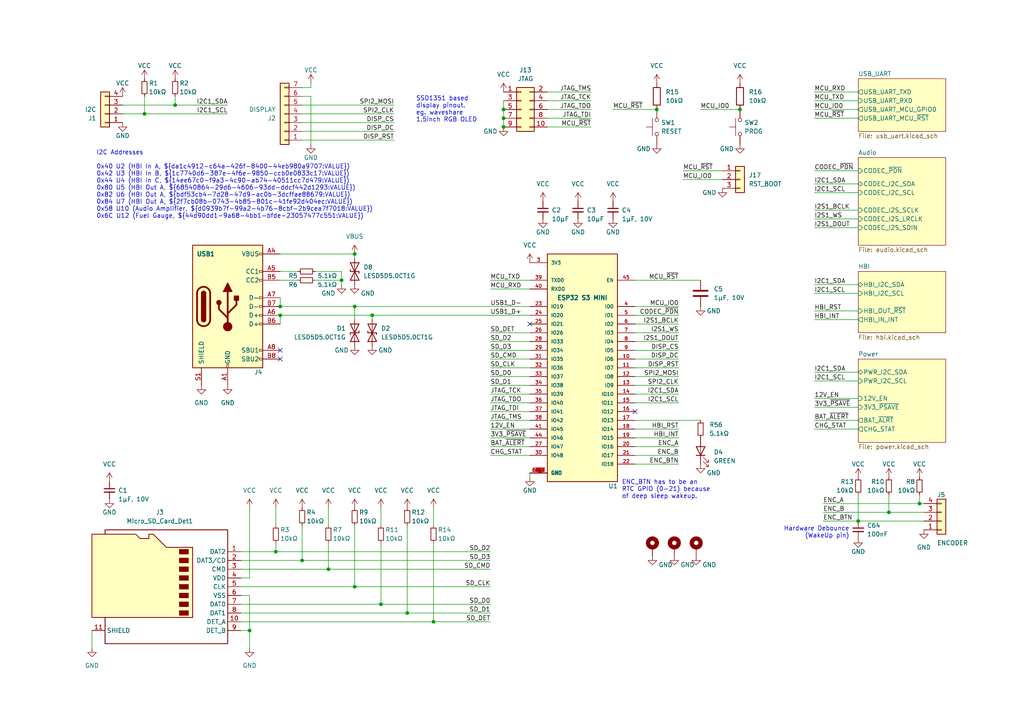
<source format=kicad_sch>
(kicad_sch (version 20230121) (generator eeschema)
  (paper "A4")
  (title_block (title "Hör Bär main") (rev "1.0") (company "Drachosaurus Designs"))
  (lib_symbols
    (symbol "Baer_Symbols:ESP32-S3-MINI-1-N8" (pin_names (offset 1.016))
      (property "Reference" "U" (at -10.16 34.29 0))
      (property "Value" "ESP32-S3-MINI-1-N8" (at -10.16 -35.56 0))
      (symbol "ESP32-S3-MINI-1-N8_0_0"
        (pin passive line (at 15.24 -30.48 180) (length 5.08) (name "GND") (number "1"))
        (pin bidirectional line (at -15.24 2.54 0) (length 5.08) (name "IO6") (number "10"))
        (pin bidirectional line (at -15.24 0 0) (length 5.08) (name "IO7") (number "11"))
        (pin bidirectional line (at -15.24 -2.54 0) (length 5.08) (name "IO8") (number "12"))
        (pin bidirectional line (at -15.24 -5.08 0) (length 5.08) (name "IO9") (number "13"))
        (pin bidirectional line (at -15.24 -7.62 0) (length 5.08) (name "IO10") (number "14"))
        (pin bidirectional line (at -15.24 -10.16 0) (length 5.08) (name "IO11") (number "15"))
        (pin bidirectional line (at -15.24 -12.7 0) (length 5.08) (name "IO12") (number "16"))
        (pin bidirectional line (at -15.24 -15.24 0) (length 5.08) (name "IO13") (number "17"))
        (pin bidirectional line (at -15.24 -17.78 0) (length 5.08) (name "IO14") (number "18"))
        (pin bidirectional line (at -15.24 -20.32 0) (length 5.08) (name "IO15") (number "19"))
        (pin passive line (at 15.24 -30.48 180) (length 5.08) (name "GND") (number "2"))
        (pin bidirectional line (at -15.24 -22.86 0) (length 5.08) (name "IO16") (number "20"))
        (pin bidirectional line (at -15.24 -25.4 0) (length 5.08) (name "IO17") (number "21"))
        (pin bidirectional line (at -15.24 -27.94 0) (length 5.08) (name "IO18") (number "22"))
        (pin bidirectional line (at 15.24 17.78 180) (length 5.08) (name "IO19") (number "23"))
        (pin bidirectional line (at 15.24 15.24 180) (length 5.08) (name "IO20") (number "24"))
        (pin bidirectional line (at 15.24 12.7 180) (length 5.08) (name "IO21") (number "25"))
        (pin bidirectional line (at 15.24 10.16 180) (length 5.08) (name "IO26") (number "26"))
        (pin bidirectional line (at 15.24 -22.86 180) (length 5.08) (name "IO47") (number "27"))
        (pin bidirectional line (at 15.24 7.62 180) (length 5.08) (name "IO33") (number "28"))
        (pin bidirectional line (at 15.24 5.08 180) (length 5.08) (name "IO34") (number "29"))
        (pin power_in line (at 15.24 30.48 180) (length 5.08) (name "3V3") (number "3"))
        (pin bidirectional line (at 15.24 -25.4 180) (length 5.08) (name "IO48") (number "30"))
        (pin bidirectional line (at 15.24 2.54 180) (length 5.08) (name "IO35") (number "31"))
        (pin bidirectional line (at 15.24 0 180) (length 5.08) (name "IO36") (number "32"))
        (pin bidirectional line (at 15.24 -2.54 180) (length 5.08) (name "IO37") (number "33"))
        (pin bidirectional line (at 15.24 -5.08 180) (length 5.08) (name "IO38") (number "34"))
        (pin bidirectional line (at 15.24 -7.62 180) (length 5.08) (name "IO39") (number "35"))
        (pin bidirectional line (at 15.24 -10.16 180) (length 5.08) (name "IO40") (number "36"))
        (pin bidirectional line (at 15.24 -12.7 180) (length 5.08) (name "IO41") (number "37"))
        (pin bidirectional line (at 15.24 -15.24 180) (length 5.08) (name "IO42") (number "38"))
        (pin bidirectional line (at 15.24 25.4 180) (length 5.08) (name "TXD0") (number "39"))
        (pin bidirectional line (at -15.24 17.78 0) (length 5.08) (name "IO0") (number "4"))
        (pin bidirectional line (at 15.24 22.86 180) (length 5.08) (name "RXD0") (number "40"))
        (pin bidirectional line (at 15.24 -17.78 180) (length 5.08) (name "IO45") (number "41"))
        (pin passive line (at 15.24 -30.48 180) (length 5.08) (name "GND") (number "42"))
        (pin passive line (at 15.24 -30.48 180) (length 5.08) (name "GND") (number "43"))
        (pin bidirectional line (at 15.24 -20.32 180) (length 5.08) (name "IO46") (number "44"))
        (pin input line (at -15.24 25.4 0) (length 5.08) (name "EN") (number "45"))
        (pin passive line (at 15.24 -30.48 180) (length 5.08) (name "GND") (number "46"))
        (pin passive line (at 15.24 -30.48 180) (length 5.08) (name "GND") (number "47"))
        (pin passive line (at 15.24 -30.48 180) (length 5.08) (name "GND") (number "48"))
        (pin passive line (at 15.24 -30.48 180) (length 5.08) (name "GND") (number "49"))
        (pin bidirectional line (at -15.24 15.24 0) (length 5.08) (name "IO1") (number "5"))
        (pin passive line (at 15.24 -30.48 180) (length 5.08) (name "GND") (number "50"))
        (pin passive line (at 15.24 -30.48 180) (length 5.08) (name "GND") (number "51"))
        (pin passive line (at 15.24 -30.48 180) (length 5.08) (name "GND") (number "52"))
        (pin passive line (at 15.24 -30.48 180) (length 5.08) (name "GND") (number "53"))
        (pin passive line (at 15.24 -30.48 180) (length 5.08) (name "GND") (number "54"))
        (pin passive line (at 15.24 -30.48 180) (length 5.08) (name "GND") (number "55"))
        (pin passive line (at 15.24 -30.48 180) (length 5.08) (name "GND") (number "56"))
        (pin passive line (at 15.24 -30.48 180) (length 5.08) (name "GND") (number "57"))
        (pin passive line (at 15.24 -30.48 180) (length 5.08) (name "GND") (number "58"))
        (pin passive line (at 15.24 -30.48 180) (length 5.08) (name "GND") (number "59"))
        (pin bidirectional line (at -15.24 12.7 0) (length 5.08) (name "IO2") (number "6"))
        (pin passive line (at 15.24 -30.48 180) (length 5.08) (name "GND") (number "60"))
        (pin passive line (at 15.24 -30.48 180) (length 5.08) (name "GND") (number "61"))
        (pin passive line (at 15.24 -30.48 180) (length 5.08) (name "GND") (number "61_1"))
        (pin passive line (at 15.24 -30.48 180) (length 5.08) (name "GND") (number "61_2"))
        (pin passive line (at 15.24 -30.48 180) (length 5.08) (name "GND") (number "61_3"))
        (pin passive line (at 15.24 -30.48 180) (length 5.08) (name "GND") (number "61_4"))
        (pin passive line (at 15.24 -30.48 180) (length 5.08) (name "GND") (number "61_5"))
        (pin passive line (at 15.24 -30.48 180) (length 5.08) (name "GND") (number "61_6"))
        (pin passive line (at 15.24 -30.48 180) (length 5.08) (name "GND") (number "61_7"))
        (pin passive line (at 15.24 -30.48 180) (length 5.08) (name "GND") (number "61_8"))
        (pin passive line (at 15.24 -30.48 180) (length 5.08) (name "GND") (number "62"))
        (pin passive line (at 15.24 -30.48 180) (length 5.08) (name "GND") (number "63"))
        (pin passive line (at 15.24 -30.48 180) (length 5.08) (name "GND") (number "64"))
        (pin passive line (at 15.24 -30.48 180) (length 5.08) (name "GND") (number "65"))
        (pin bidirectional line (at -15.24 10.16 0) (length 5.08) (name "IO3") (number "7"))
        (pin bidirectional line (at -15.24 7.62 0) (length 5.08) (name "IO4") (number "8"))
        (pin bidirectional line (at -15.24 5.08 0) (length 5.08) (name "IO5") (number "9"))
      )
    )
    (symbol "Connector:Micro_SD_Card_Det2"
      (property "Reference" "J3" (at 0.635 21.59 0))
      (property "Value" "Micro_SD_Card_Det1" (at 0.635 19.05 0))
      (symbol "Micro_SD_Card_Det2_1_1"
        (pin bidirectional line (at -22.86 10.16 0) (length 3.81) (name "DAT2") (number "1"))
        (pin passive line (at -22.86 -10.16 0) (length 3.81) (name "DET_A") (number "10"))
        (pin passive line (at 20.32 -12.7 180) (length 3.81) (name "SHIELD") (number "11"))
        (pin bidirectional line (at -22.86 7.62 0) (length 3.81) (name "DAT3/CD") (number "2"))
        (pin input line (at -22.86 5.08 0) (length 3.81) (name "CMD") (number "3"))
        (pin power_in line (at -22.86 2.54 0) (length 3.81) (name "VDD") (number "4"))
        (pin input line (at -22.86 0 0) (length 3.81) (name "CLK") (number "5"))
        (pin passive line (at -22.86 -2.54 0) (length 3.81) (name "VSS") (number "6"))
        (pin bidirectional line (at -22.86 -5.08 0) (length 3.81) (name "DAT0") (number "7"))
        (pin bidirectional line (at -22.86 -7.62 0) (length 3.81) (name "DAT1") (number "8"))
        (pin passive line (at -22.86 -12.7 0) (length 3.81) (name "DET_B") (number "9"))
      )
    )
    (symbol "Connector:USB_C_Receptacle_USB2.0" (pin_names (offset 1.016))
      (property "Reference" "J4" (at 8.89 -19.05 0))
      (property "Value" "USB1" (at -6.35 15.24 0))
      (symbol "USB_C_Receptacle_USB2.0_1_1"
        (pin passive line (at 0 -22.86 90) (length 5.08) (name "GND") (number "A1"))
        (pin passive line (at 0 -22.86 90) (length 5.08) hide (name "GND") (number "A12"))
        (pin power_out line (at 15.24 15.24 180) (length 5.08) (name "VBUS") (number "A4"))
        (pin bidirectional line (at 15.24 10.16 180) (length 5.08) (name "CC1") (number "A5"))
        (pin bidirectional line (at 15.24 -2.54 180) (length 5.08) (name "D+") (number "A6"))
        (pin bidirectional line (at 15.24 2.54 180) (length 5.08) (name "D-") (number "A7"))
        (pin bidirectional line (at 15.24 -12.7 180) (length 5.08) (name "SBU1") (number "A8"))
        (pin power_out line (at 15.24 15.24 180) (length 5.08) hide (name "VBUS") (number "A9"))
        (pin passive line (at 0 -22.86 90) (length 5.08) hide (name "GND") (number "B1"))
        (pin passive line (at 0 -22.86 90) (length 5.08) hide (name "GND") (number "B12"))
        (pin passive line (at 15.24 15.24 180) (length 5.08) hide (name "VBUS") (number "B4"))
        (pin bidirectional line (at 15.24 7.62 180) (length 5.08) (name "CC2") (number "B5"))
        (pin bidirectional line (at 15.24 -5.08 180) (length 5.08) (name "D+") (number "B6"))
        (pin bidirectional line (at 15.24 0 180) (length 5.08) (name "D-") (number "B7"))
        (pin bidirectional line (at 15.24 -15.24 180) (length 5.08) (name "SBU2") (number "B8"))
        (pin passive line (at 15.24 15.24 180) (length 5.08) hide (name "VBUS") (number "B9"))
        (pin passive line (at -7.62 -22.86 90) (length 5.08) (name "SHIELD") (number "S1"))
      )
    )
    (symbol "Connector_Generic:Conn_01x03" (pin_names (offset 1.016) hide)
      (property "Reference" "J" (at 0 5.08 0))
      (property "Value" "Conn_01x03" (at 0 -5.08 0))
      (symbol "Conn_01x03_1_1"
        (pin passive line (at -5.08 2.54 0) (length 3.81) (name "Pin_1") (number "1"))
        (pin passive line (at -5.08 0 0) (length 3.81) (name "Pin_2") (number "2"))
        (pin passive line (at -5.08 -2.54 0) (length 3.81) (name "Pin_3") (number "3"))
      )
    )
    (symbol "Connector_Generic:Conn_01x04" (pin_names (offset 1.016) hide)
      (property "Reference" "J" (at 0 5.08 0))
      (property "Value" "Conn_01x04" (at 0 -7.62 0))
      (symbol "Conn_01x04_1_1"
        (pin passive line (at -5.08 2.54 0) (length 3.81) (name "Pin_1") (number "1"))
        (pin passive line (at -5.08 0 0) (length 3.81) (name "Pin_2") (number "2"))
        (pin passive line (at -5.08 -2.54 0) (length 3.81) (name "Pin_3") (number "3"))
        (pin passive line (at -5.08 -5.08 0) (length 3.81) (name "Pin_4") (number "4"))
      )
    )
    (symbol "Connector_Generic:Conn_01x07" (pin_names (offset 1.016) hide)
      (property "Reference" "J" (at 0 10.16 0))
      (property "Value" "Conn_01x07" (at 0 -10.16 0))
      (symbol "Conn_01x07_1_1"
        (pin passive line (at -5.08 7.62 0) (length 3.81) (name "Pin_1") (number "1"))
        (pin passive line (at -5.08 5.08 0) (length 3.81) (name "Pin_2") (number "2"))
        (pin passive line (at -5.08 2.54 0) (length 3.81) (name "Pin_3") (number "3"))
        (pin passive line (at -5.08 0 0) (length 3.81) (name "Pin_4") (number "4"))
        (pin passive line (at -5.08 -2.54 0) (length 3.81) (name "Pin_5") (number "5"))
        (pin passive line (at -5.08 -5.08 0) (length 3.81) (name "Pin_6") (number "6"))
        (pin passive line (at -5.08 -7.62 0) (length 3.81) (name "Pin_7") (number "7"))
      )
    )
    (symbol "Connector_Generic:Conn_02x05_Odd_Even" (pin_names (offset 1.016) hide)
      (property "Reference" "J" (at 1.27 7.62 0))
      (property "Value" "Conn_02x05_Odd_Even" (at 1.27 -7.62 0))
      (symbol "Conn_02x05_Odd_Even_1_1"
        (pin passive line (at -5.08 5.08 0) (length 3.81) (name "Pin_1") (number "1"))
        (pin passive line (at 7.62 -5.08 180) (length 3.81) (name "Pin_10") (number "10"))
        (pin passive line (at 7.62 5.08 180) (length 3.81) (name "Pin_2") (number "2"))
        (pin passive line (at -5.08 2.54 0) (length 3.81) (name "Pin_3") (number "3"))
        (pin passive line (at 7.62 2.54 180) (length 3.81) (name "Pin_4") (number "4"))
        (pin passive line (at -5.08 0 0) (length 3.81) (name "Pin_5") (number "5"))
        (pin passive line (at 7.62 0 180) (length 3.81) (name "Pin_6") (number "6"))
        (pin passive line (at -5.08 -2.54 0) (length 3.81) (name "Pin_7") (number "7"))
        (pin passive line (at 7.62 -2.54 180) (length 3.81) (name "Pin_8") (number "8"))
        (pin passive line (at -5.08 -5.08 0) (length 3.81) (name "Pin_9") (number "9"))
      )
    )
    (symbol "Device:C" (pin_numbers hide) (pin_names (offset 0.254))
      (property "Reference" "C" (at 0.635 2.54 0))
      (property "Value" "C" (at 0.635 -2.54 0))
      (symbol "C_1_1"
        (pin passive line (at 0 3.81 270) (length 2.794) (name "~") (number "1"))
        (pin passive line (at 0 -3.81 90) (length 2.794) (name "~") (number "2"))
      )
    )
    (symbol "Device:C_Small" (pin_numbers hide) (pin_names (offset 0.254) hide)
      (property "Reference" "C" (at 0.254 1.778 0))
      (property "Value" "C_Small" (at 0.254 -2.032 0))
      (symbol "C_Small_1_1"
        (pin passive line (at 0 2.54 270) (length 2.032) (name "~") (number "1"))
        (pin passive line (at 0 -2.54 90) (length 2.032) (name "~") (number "2"))
      )
    )
    (symbol "Device:D_TVS" (pin_numbers hide) (pin_names (offset 1.016) hide)
      (property "Reference" "D" (at 0 2.54 0))
      (property "Value" "D_TVS" (at 0 -2.54 0))
      (symbol "D_TVS_1_1"
        (pin passive line (at -3.81 0 0) (length 2.54) (name "A1") (number "1"))
        (pin passive line (at 3.81 0 180) (length 2.54) (name "A2") (number "2"))
      )
    )
    (symbol "Device:LED" (pin_numbers hide) (pin_names (offset 1.016) hide)
      (property "Reference" "D" (at 0 2.54 0))
      (property "Value" "LED" (at 0 -2.54 0))
      (symbol "LED_1_1"
        (pin passive line (at -3.81 0 0) (length 2.54) (name "K") (number "1"))
        (pin passive line (at 3.81 0 180) (length 2.54) (name "A") (number "2"))
      )
    )
    (symbol "Device:R" (pin_numbers hide) (pin_names (offset 0))
      (property "Reference" "R" (at 2.032 0 90))
      (property "Value" "R" (at 0 0 90))
      (symbol "R_1_1"
        (pin passive line (at 0 3.81 270) (length 1.27) (name "~") (number "1"))
        (pin passive line (at 0 -3.81 90) (length 1.27) (name "~") (number "2"))
      )
    )
    (symbol "Device:R_Small" (pin_numbers hide) (pin_names (offset 0.254) hide)
      (property "Reference" "R" (at 0.762 0.508 0))
      (property "Value" "R_Small" (at 0.762 -1.016 0))
      (symbol "R_Small_1_1"
        (pin passive line (at 0 2.54 270) (length 0.762) (name "~") (number "1"))
        (pin passive line (at 0 -2.54 90) (length 0.762) (name "~") (number "2"))
      )
    )
    (symbol "Mechanical:MountingHole_Pad" (pin_numbers hide) (pin_names (offset 1.016) hide)
      (property "Reference" "H" (at 0 6.35 0))
      (property "Value" "MountingHole_Pad" (at 0 4.445 0))
      (symbol "MountingHole_Pad_1_1"
        (pin input line (at 0 -2.54 90) (length 2.54) (name "1") (number "1"))
      )
    )
    (symbol "Switch:SW_Push" (pin_numbers hide) (pin_names (offset 1.016) hide)
      (property "Reference" "SW" (at 1.27 2.54 0))
      (property "Value" "SW_Push" (at 0 -1.524 0))
      (symbol "SW_Push_0_1"
        (pin passive line (at -5.08 0 0) (length 2.54) (name "1") (number "1"))
        (pin passive line (at 5.08 0 180) (length 2.54) (name "2") (number "2"))
      )
    )
    (symbol "power:GND" (power) (pin_names (offset 0))
      (property "Value" "GND" (at 0 -3.81 0))
      (symbol "GND_1_1"
        (pin power_in line (at 0 0 270) (length 0) hide (name "GND") (number "1"))
      )
    )
    (symbol "power:VBUS" (power) (pin_names (offset 0))
      (property "Value" "VBUS" (at 0 3.81 0))
      (symbol "VBUS_1_1"
        (pin power_in line (at 0 0 90) (length 0) hide (name "VBUS") (number "1"))
      )
    )
    (symbol "power:VCC" (power) (pin_names (offset 0))
      (property "Value" "VCC" (at 0 3.81 0))
      (symbol "VCC_1_1"
        (pin power_in line (at 0 0 90) (length 0) hide (name "VCC") (number "1"))
      )
    )
  )
  (junction (at 146.05 34.29))
  (junction (at 72.39 182.88))
  (junction (at 257.81 148.59))
  (junction (at 102.87 73.66))
  (junction (at 102.87 88.9))
  (junction (at 190.5 31.75))
  (junction (at 50.8 30.48))
  (junction (at 146.05 31.75))
  (junction (at 146.05 36.83))
  (junction (at 214.63 31.75))
  (junction (at 107.95 91.44))
  (junction (at 102.87 170.18))
  (junction (at 248.92 151.13))
  (junction (at 99.06 81.28))
  (junction (at 81.28 88.9))
  (junction (at 41.91 33.02))
  (junction (at 95.25 165.1))
  (junction (at 118.11 177.8))
  (junction (at 110.49 175.26))
  (junction (at 87.63 162.56))
  (junction (at 266.7 146.05))
  (junction (at 80.01 160.02))
  (junction (at 81.28 91.44))
  (junction (at 125.73 180.34))
  (no_connect (at 153.67 93.98))
  (no_connect (at 81.28 104.14))
  (no_connect (at 81.28 101.6))
  (no_connect (at 184.15 119.38))
  (wire (pts (xy 80.01 157.48) (xy 80.01 160.02)))
  (wire (pts (xy 87.63 162.56) (xy 142.24 162.56)))
  (wire (pts (xy 266.7 143.51) (xy 266.7 146.05)))
  (wire (pts (xy 236.22 107.95) (xy 248.92 107.95)))
  (wire (pts (xy 142.24 96.52) (xy 153.67 96.52)))
  (wire (pts (xy 72.39 167.64) (xy 72.39 147.32)))
  (wire (pts (xy 142.24 119.38) (xy 153.67 119.38)))
  (wire (pts (xy 184.15 111.76) (xy 196.85 111.76)))
  (wire (pts (xy 87.63 30.48) (xy 114.3 30.48)))
  (wire (pts (xy 69.85 182.88) (xy 72.39 182.88)))
  (wire (pts (xy 238.76 148.59) (xy 257.81 148.59)))
  (wire (pts (xy 80.01 152.4) (xy 80.01 147.32)))
  (wire (pts (xy 95.25 157.48) (xy 95.25 165.1)))
  (wire (pts (xy 196.85 127) (xy 184.15 127)))
  (wire (pts (xy 236.22 121.92) (xy 248.92 121.92)))
  (wire (pts (xy 196.85 96.52) (xy 184.15 96.52)))
  (wire (pts (xy 196.85 124.46) (xy 184.15 124.46)))
  (wire (pts (xy 236.22 118.11) (xy 248.92 118.11)))
  (wire (pts (xy 102.87 74.93) (xy 102.87 73.66)))
  (wire (pts (xy 69.85 167.64) (xy 72.39 167.64)))
  (wire (pts (xy 142.24 109.22) (xy 153.67 109.22)))
  (wire (pts (xy 80.01 160.02) (xy 142.24 160.02)))
  (wire (pts (xy 142.24 127) (xy 153.67 127)))
  (wire (pts (xy 196.85 99.06) (xy 184.15 99.06)))
  (wire (pts (xy 102.87 152.4) (xy 102.87 170.18)))
  (wire (pts (xy 107.95 91.44) (xy 153.67 91.44)))
  (wire (pts (xy 196.85 93.98) (xy 184.15 93.98)))
  (wire (pts (xy 125.73 147.32) (xy 125.73 152.4)))
  (wire (pts (xy 146.05 29.21) (xy 146.05 31.75)))
  (wire (pts (xy 238.76 146.05) (xy 266.7 146.05)))
  (wire (pts (xy 184.15 114.3) (xy 196.85 114.3)))
  (wire (pts (xy 87.63 33.02) (xy 114.3 33.02)))
  (wire (pts (xy 146.05 34.29) (xy 146.05 36.83)))
  (wire (pts (xy 102.87 88.9) (xy 102.87 92.71)))
  (wire (pts (xy 69.85 175.26) (xy 110.49 175.26)))
  (wire (pts (xy 91.44 81.28) (xy 99.06 81.28)))
  (wire (pts (xy 184.15 101.6) (xy 196.85 101.6)))
  (wire (pts (xy 69.85 170.18) (xy 102.87 170.18)))
  (wire (pts (xy 142.24 106.68) (xy 153.67 106.68)))
  (wire (pts (xy 69.85 162.56) (xy 87.63 162.56)))
  (wire (pts (xy 81.28 88.9) (xy 102.87 88.9)))
  (wire (pts (xy 142.24 81.28) (xy 153.67 81.28)))
  (wire (pts (xy 102.87 170.18) (xy 142.24 170.18)))
  (wire (pts (xy 87.63 27.94) (xy 90.17 27.94)))
  (wire (pts (xy 236.22 66.04) (xy 248.92 66.04)))
  (wire (pts (xy 236.22 29.21) (xy 248.92 29.21)))
  (wire (pts (xy 87.63 40.64) (xy 114.3 40.64)))
  (wire (pts (xy 41.91 27.94) (xy 41.91 33.02)))
  (wire (pts (xy 236.22 85.09) (xy 248.92 85.09)))
  (wire (pts (xy 184.15 109.22) (xy 196.85 109.22)))
  (wire (pts (xy 236.22 63.5) (xy 248.92 63.5)))
  (wire (pts (xy 81.28 86.36) (xy 81.28 88.9)))
  (wire (pts (xy 184.15 121.92) (xy 203.2 121.92)))
  (wire (pts (xy 158.75 34.29) (xy 171.45 34.29)))
  (wire (pts (xy 236.22 55.88) (xy 248.92 55.88)))
  (wire (pts (xy 118.11 177.8) (xy 142.24 177.8)))
  (wire (pts (xy 257.81 143.51) (xy 257.81 148.59)))
  (wire (pts (xy 236.22 31.75) (xy 248.92 31.75)))
  (wire (pts (xy 81.28 78.74) (xy 86.36 78.74)))
  (wire (pts (xy 184.15 104.14) (xy 196.85 104.14)))
  (wire (pts (xy 153.67 137.16) (xy 153.67 138.43)))
  (wire (pts (xy 184.15 116.84) (xy 196.85 116.84)))
  (wire (pts (xy 236.22 92.71) (xy 248.92 92.71)))
  (wire (pts (xy 110.49 147.32) (xy 110.49 152.4)))
  (wire (pts (xy 50.8 27.94) (xy 50.8 30.48)))
  (wire (pts (xy 142.24 114.3) (xy 153.67 114.3)))
  (wire (pts (xy 35.56 30.48) (xy 50.8 30.48)))
  (wire (pts (xy 184.15 134.62) (xy 196.85 134.62)))
  (wire (pts (xy 69.85 177.8) (xy 118.11 177.8)))
  (wire (pts (xy 81.28 73.66) (xy 102.87 73.66)))
  (wire (pts (xy 81.28 93.98) (xy 81.28 91.44)))
  (wire (pts (xy 90.17 25.4) (xy 90.17 24.13)))
  (wire (pts (xy 69.85 180.34) (xy 125.73 180.34)))
  (wire (pts (xy 142.24 121.92) (xy 153.67 121.92)))
  (wire (pts (xy 158.75 31.75) (xy 171.45 31.75)))
  (wire (pts (xy 214.63 31.75) (xy 203.2 31.75)))
  (wire (pts (xy 41.91 33.02) (xy 66.04 33.02)))
  (wire (pts (xy 91.44 78.74) (xy 99.06 78.74)))
  (wire (pts (xy 184.15 88.9) (xy 196.85 88.9)))
  (wire (pts (xy 69.85 160.02) (xy 80.01 160.02)))
  (wire (pts (xy 142.24 99.06) (xy 153.67 99.06)))
  (wire (pts (xy 209.55 49.53) (xy 198.12 49.53)))
  (wire (pts (xy 81.28 91.44) (xy 107.95 91.44)))
  (wire (pts (xy 158.75 26.67) (xy 171.45 26.67)))
  (wire (pts (xy 86.36 81.28) (xy 81.28 81.28)))
  (wire (pts (xy 125.73 180.34) (xy 142.24 180.34)))
  (wire (pts (xy 72.39 172.72) (xy 72.39 182.88)))
  (wire (pts (xy 236.22 115.57) (xy 248.92 115.57)))
  (wire (pts (xy 99.06 81.28) (xy 99.06 82.55)))
  (wire (pts (xy 110.49 157.48) (xy 110.49 175.26)))
  (wire (pts (xy 87.63 35.56) (xy 114.3 35.56)))
  (wire (pts (xy 236.22 90.17) (xy 248.92 90.17)))
  (wire (pts (xy 257.81 148.59) (xy 267.97 148.59)))
  (wire (pts (xy 248.92 143.51) (xy 248.92 151.13)))
  (wire (pts (xy 142.24 101.6) (xy 153.67 101.6)))
  (wire (pts (xy 190.5 31.75) (xy 177.8 31.75)))
  (wire (pts (xy 118.11 152.4) (xy 118.11 177.8)))
  (wire (pts (xy 209.55 52.07) (xy 198.12 52.07)))
  (wire (pts (xy 236.22 53.34) (xy 248.92 53.34)))
  (wire (pts (xy 142.24 129.54) (xy 153.67 129.54)))
  (wire (pts (xy 50.8 30.48) (xy 66.04 30.48)))
  (wire (pts (xy 266.7 146.05) (xy 267.97 146.05)))
  (wire (pts (xy 184.15 81.28) (xy 203.2 81.28)))
  (wire (pts (xy 236.22 49.53) (xy 248.92 49.53)))
  (wire (pts (xy 142.24 111.76) (xy 153.67 111.76)))
  (wire (pts (xy 184.15 106.68) (xy 196.85 106.68)))
  (wire (pts (xy 196.85 91.44) (xy 184.15 91.44)))
  (wire (pts (xy 69.85 165.1) (xy 95.25 165.1)))
  (wire (pts (xy 184.15 129.54) (xy 196.85 129.54)))
  (wire (pts (xy 99.06 78.74) (xy 99.06 81.28)))
  (wire (pts (xy 90.17 27.94) (xy 90.17 41.91)))
  (wire (pts (xy 158.75 29.21) (xy 171.45 29.21)))
  (wire (pts (xy 35.56 33.02) (xy 41.91 33.02)))
  (wire (pts (xy 142.24 116.84) (xy 153.67 116.84)))
  (wire (pts (xy 142.24 124.46) (xy 153.67 124.46)))
  (wire (pts (xy 184.15 132.08) (xy 196.85 132.08)))
  (wire (pts (xy 69.85 172.72) (xy 72.39 172.72)))
  (wire (pts (xy 158.75 36.83) (xy 171.45 36.83)))
  (wire (pts (xy 125.73 157.48) (xy 125.73 180.34)))
  (wire (pts (xy 26.67 187.96) (xy 26.67 182.88)))
  (wire (pts (xy 87.63 38.1) (xy 114.3 38.1)))
  (wire (pts (xy 107.95 91.44) (xy 107.95 92.71)))
  (wire (pts (xy 248.92 151.13) (xy 267.97 151.13)))
  (wire (pts (xy 248.92 151.13) (xy 238.76 151.13)))
  (wire (pts (xy 142.24 83.82) (xy 153.67 83.82)))
  (wire (pts (xy 72.39 182.88) (xy 72.39 187.96)))
  (wire (pts (xy 236.22 26.67) (xy 248.92 26.67)))
  (wire (pts (xy 236.22 60.96) (xy 248.92 60.96)))
  (wire (pts (xy 102.87 88.9) (xy 153.67 88.9)))
  (wire (pts (xy 142.24 132.08) (xy 153.67 132.08)))
  (wire (pts (xy 236.22 34.29) (xy 248.92 34.29)))
  (wire (pts (xy 146.05 31.75) (xy 146.05 34.29)))
  (wire (pts (xy 236.22 82.55) (xy 248.92 82.55)))
  (wire (pts (xy 110.49 175.26) (xy 142.24 175.26)))
  (wire (pts (xy 142.24 104.14) (xy 153.67 104.14)))
  (wire (pts (xy 95.25 147.32) (xy 95.25 152.4)))
  (wire (pts (xy 87.63 152.4) (xy 87.63 162.56)))
  (wire (pts (xy 236.22 110.49) (xy 248.92 110.49)))
  (wire (pts (xy 95.25 165.1) (xy 142.24 165.1)))
  (wire (pts (xy 87.63 25.4) (xy 90.17 25.4)))
  (wire (pts (xy 236.22 124.46) (xy 248.92 124.46)))
  (text "SSD1351 based \ndisplay pinout.\neg. waveshare \n1.5inch RGB OLED" (at 120.65 35.56 0) (effects (font (size 1.27 1.27)) (justify left bottom)))
  (text "ENC_BTN has to be an \nRTC GPIO (0-21) because\nof deep sleep wakeup." (at 180.34 144.78 0) (effects (font (size 1.27 1.27)) (justify left bottom)))
  (text "I2C Addresses\n\n0x40 U2 (HBI In A, ${da1c4912-c64a-426f-8400-44eb980a9707:VALUE})\n0x42 U3 (HBI In B, ${1c7740d6-387e-4f6e-9850-ccb0e0833c17:VALUE})\n0x44 U4 (HBI In C, ${14ee67c0-f9a3-4c90-ab74-40511cc7d479:VALUE})\n0x80 U5 (HBI Out A, ${68540864-29d6-4606-93dd-ddcf442d1293:VALUE})\n0x82 U6 (HBI Out A, ${bdf53cb4-7d28-47d9-ac0b-3dcffae88679:VALUE})\n0x84 U7 (HBI Out A, ${2f7cb08b-0743-4b85-801c-41fe92d404ec:VALUE})\n0x58 U10 (Audio Amplifier, ${d0939b7f-99a2-4b76-8cbf-2b9cea7f7018:VALUE})\n0x6C U12 (Fuel Gauge, ${44d90dd1-9a68-4bb1-bfde-23057477c551:VALUE})" (at 27.94 63.5 0) (effects (font (size 1.27 1.27)) (justify left bottom)))
  (text "Hardware Debounce\n(WakeUp pin)" (at 246.38 156.21 0) (effects (font (size 1.27 1.27)) (justify right bottom)))
  (label "DISP_CS" (at 114.3 35.56 180))
  (label "USB1_D-" (at 142.24 88.9 0))
  (label "BAT_~{ALERT}" (at 142.24 129.54 0))
  (label "JTAG_TDI" (at 171.45 34.29 180))
  (label "I2C1_SCL" (at 236.22 55.88 0))
  (label "JTAG_TCK" (at 142.24 114.3 0))
  (label "SPI2_CLK" (at 196.85 111.76 180))
  (label "DISP_DC" (at 114.3 38.1 180))
  (label "MCU_IO0" (at 236.22 31.75 0))
  (label "BAT_~{ALERT}" (at 236.22 121.92 0))
  (label "SD_D1" (at 142.24 111.76 0))
  (label "I2C1_SCL" (at 196.85 116.84 180))
  (label "DISP_RST" (at 114.3 40.64 180))
  (label "SD_CMD" (at 142.24 104.14 0))
  (label "HBI_RST" (at 236.22 90.17 0))
  (label "JTAG_TDO" (at 142.24 116.84 0))
  (label "SPI2_CLK" (at 114.3 33.02 180))
  (label "CODEC_~{PDN}" (at 196.85 91.44 180))
  (label "HBI_INT" (at 236.22 92.71 0))
  (label "I2C1_SDA" (at 196.85 114.3 180))
  (label "ENC_A" (at 238.76 146.05 0))
  (label "MCU_~{RST}" (at 198.12 49.53 0))
  (label "I2C1_SCL" (at 236.22 110.49 0))
  (label "JTAG_TMS" (at 171.45 26.67 180))
  (label "I2C1_SDA" (at 236.22 82.55 0))
  (label "CODEC_~{PDN}" (at 236.22 49.53 0))
  (label "SD_DET" (at 142.24 96.52 0))
  (label "MCU_IO0" (at 196.85 88.9 180))
  (label "3V3_~{PSAVE}" (at 236.22 118.11 0))
  (label "DISP_DC" (at 196.85 104.14 180))
  (label "SD_D3" (at 142.24 101.6 0))
  (label "SD_D0" (at 142.24 109.22 0))
  (label "MCU_~{RST}" (at 171.45 36.83 180))
  (label "I2C1_SDA" (at 66.04 30.48 180))
  (label "MCU_TXD" (at 236.22 29.21 0))
  (label "SPI2_MOSI" (at 114.3 30.48 180))
  (label "SD_D0" (at 142.24 175.26 180))
  (label "I2S1_BCLK" (at 236.22 60.96 0))
  (label "JTAG_TMS" (at 142.24 121.92 0))
  (label "MCU_IO0" (at 203.2 31.75 0))
  (label "SD_CMD" (at 142.24 165.1 180))
  (label "SD_CLK" (at 142.24 106.68 0))
  (label "I2C1_SDA" (at 236.22 53.34 0))
  (label "SD_CLK" (at 142.24 170.18 180))
  (label "MCU_RXD" (at 142.24 83.82 0))
  (label "HBI_INT" (at 196.85 127 180))
  (label "I2C1_SCL" (at 236.22 85.09 0))
  (label "12V_EN" (at 142.24 124.46 0))
  (label "MCU_~{RST}" (at 236.22 34.29 0))
  (label "SPI2_MOSI" (at 196.85 109.22 180))
  (label "SD_D3" (at 142.24 162.56 180))
  (label "I2S1_DOUT" (at 196.85 99.06 180))
  (label "MCU_TXD" (at 142.24 81.28 0))
  (label "ENC_A" (at 196.85 129.54 180))
  (label "I2S1_DOUT" (at 236.22 66.04 0))
  (label "JTAG_TDO" (at 171.45 31.75 180))
  (label "I2C1_SCL" (at 66.04 33.02 180))
  (label "SD_D2" (at 142.24 99.06 0))
  (label "12V_EN" (at 236.22 115.57 0))
  (label "JTAG_TDI" (at 142.24 119.38 0))
  (label "CHG_STAT" (at 236.22 124.46 0))
  (label "CHG_STAT" (at 142.24 132.08 0))
  (label "ENC_B" (at 238.76 148.59 0))
  (label "I2C1_SDA" (at 236.22 107.95 0))
  (label "DISP_RST" (at 196.85 106.68 180))
  (label "MCU_IO0" (at 198.12 52.07 0))
  (label "USB1_D+" (at 142.24 91.44 0))
  (label "DISP_CS" (at 196.85 101.6 180))
  (label "3V3_~{PSAVE}" (at 142.24 127 0))
  (label "HBI_RST" (at 196.85 124.46 180))
  (label "MCU_~{RST}" (at 196.85 81.28 180))
  (label "SD_D2" (at 142.24 160.02 180))
  (label "MCU_RXD" (at 236.22 26.67 0))
  (label "ENC_BTN" (at 196.85 134.62 180))
  (label "ENC_B" (at 196.85 132.08 180))
  (label "I2S1_BCLK" (at 196.85 93.98 180))
  (label "I2S1_WS" (at 196.85 96.52 180))
  (label "JTAG_TCK" (at 171.45 29.21 180))
  (label "ENC_BTN" (at 238.76 151.13 0))
  (label "I2S1_WS" (at 236.22 63.5 0))
  (label "SD_DET" (at 142.24 180.34 180))
  (label "SD_D1" (at 142.24 177.8 180))
  (label "MCU_~{RST}" (at 177.8 31.75 0))
  (symbol (lib_id "power:GND") (at 102.87 82.55 0) (mirror y) (unit 1)
    (property "Reference" "#PWR0156" (effects hide))
    (property "Value" "GND" (at 106.68 85.09 0))
  )
  (symbol (lib_id "Connector_Generic:Conn_01x07") (at 82.55 33.02 180) (unit 1)
    (property "Reference" "J2" (at 80.01 34.29 0) (effects (justify left)))
    (property "Value" "DISPLAY" (at 80.01 31.75 0) (effects (justify left)))
    (property "Footprint" "Connector_PinHeader_2.54mm:PinHeader_1x07_P2.54mm_Vertical" (effects hide))
  )
  (symbol (lib_id "power:VCC") (at 41.91 22.86 0) (unit 1)
    (property "Reference" "#PWR04" (effects hide))
    (property "Value" "VCC" (at 41.91 19.05 0))
  )
  (symbol (lib_id "Device:C_Small") (at 157.48 60.96 0) (unit 1)
    (property "Reference" "C2" (at 160.02 60.96 0) (effects (justify left)))
    (property "Value" "10µF" (at 160.02 63.5063 0) (effects (justify left)))
    (property "Footprint" "Capacitor_SMD:C_0805_2012Metric" (effects hide))
    (property "JLCPCB" "C6119932" (effects hide))
    (property "MPN" "CGA0805X7R106K250MT" (effects hide))
  )
  (symbol (lib_id "power:GND") (at 66.04 111.76 0) (unit 1)
    (property "Reference" "#PWR09" (effects hide))
    (property "Value" "GND" (at 66.04 116.84 0))
  )
  (symbol (lib_id "power:VCC") (at 266.7 138.43 0) (mirror y) (unit 1)
    (property "Reference" "#PWR017" (effects hide))
    (property "Value" "VCC" (at 266.7 134.62 0))
  )
  (symbol (lib_id "Device:R_Small") (at 41.91 25.4 0) (unit 1)
    (property "Reference" "R1" (at 43.18 24.13 0) (effects (justify left)))
    (property "Value" "10kΩ" (at 48.26 26.67 0) (effects (justify right)))
    (property "Footprint" "Resistor_SMD:R_0402_1005Metric" (effects hide))
  )
  (symbol (lib_id "power:GND") (at 195.58 161.29 0) (mirror y) (unit 1)
    (property "Reference" "#PWR0180" (effects hide))
    (property "Value" "GND" (at 199.39 163.83 0))
  )
  (symbol (lib_id "Device:D_TVS") (at 107.95 96.52 90) (unit 1)
    (property "Reference" "D2" (at 110.49 95.25 90) (effects (justify right)))
    (property "Value" "LESD5D5.0CT1G" (at 110.49 97.79 90) (effects (justify right)))
    (property "Footprint" "Diode_SMD:D_SOD-523" (effects hide))
    (property "JLCPCB" "C383211" (effects hide))
    (property "MPN" "LESD5D5.0CT1G" (effects hide))
  )
  (symbol (lib_id "power:VCC") (at 90.17 24.13 0) (unit 1)
    (property "Reference" "#PWR05" (effects hide))
    (property "Value" "VCC" (at 90.17 20.32 0))
  )
  (symbol (lib_id "Connector_Generic:Conn_01x04") (at 273.05 151.13 0) (mirror x) (unit 1)
    (property "Reference" "J5" (at 271.78 143.51 0) (effects (justify left)))
    (property "Value" "ENCODER" (at 271.78 157.48 0) (effects (justify left)))
    (property "Footprint" "Connector_PinHeader_2.54mm:PinHeader_1x04_P2.54mm_Vertical" (effects hide))
  )
  (symbol (lib_id "Connector_Generic:Conn_02x05_Odd_Even") (at 151.13 31.75 0) (unit 1)
    (property "Reference" "J13" (at 152.4 20.32 0))
    (property "Value" "JTAG" (at 152.4 22.86 0))
    (property "Footprint" "Connector_PinHeader_1.27mm:PinHeader_2x05_P1.27mm_Vertical_SMD" (effects hide))
  )
  (symbol (lib_id "Device:R_Small") (at 125.73 154.94 0) (unit 1)
    (property "Reference" "R14" (at 127 153.67 0) (effects (justify left)))
    (property "Value" "10kΩ" (at 127 156.21 0) (effects (justify left)))
    (property "Footprint" "Resistor_SMD:R_0402_1005Metric" (effects hide))
  )
  (symbol (lib_id "power:VCC") (at 190.5 24.13 0) (mirror y) (unit 1)
    (property "Reference" "#PWR034" (effects hide))
    (property "Value" "VCC" (at 190.5 19.05 0))
  )
  (symbol (lib_id "Device:R") (at 190.5 27.94 0) (unit 1)
    (property "Reference" "R15" (at 193.04 26.67 0) (effects (justify left)))
    (property "Value" "10kΩ" (at 193.04 29.21 0) (effects (justify left)))
    (property "Footprint" "Resistor_SMD:R_0402_1005Metric" (effects hide))
  )
  (symbol (lib_id "power:GND") (at 58.42 111.76 0) (unit 1)
    (property "Reference" "#PWR08" (effects hide))
    (property "Value" "GND" (at 58.42 116.84 0))
  )
  (symbol (lib_id "Device:R_Small") (at 248.92 140.97 0) (mirror y) (unit 1)
    (property "Reference" "R13" (at 247.65 139.7 0) (effects (justify left)))
    (property "Value" "10kΩ" (at 247.65 142.24 0) (effects (justify left)))
    (property "Footprint" "Resistor_SMD:R_0402_1005Metric" (effects hide))
  )
  (symbol (lib_id "power:GND") (at 31.75 144.78 0) (mirror y) (unit 1)
    (property "Reference" "#PWR02" (effects hide))
    (property "Value" "GND" (at 31.75 148.59 0))
  )
  (symbol (lib_id "power:GND") (at 177.8 63.5 0) (mirror y) (unit 1)
    (property "Reference" "#PWR033" (effects hide))
    (property "Value" "GND" (at 177.8 67.31 0))
  )
  (symbol (lib_id "power:VCC") (at 157.48 58.42 0) (unit 1)
    (property "Reference" "#PWR028" (effects hide))
    (property "Value" "VCC" (at 157.48 53.34 0))
  )
  (symbol (lib_id "power:GND") (at 214.63 41.91 0) (unit 1)
    (property "Reference" "#PWR038" (effects hide))
    (property "Value" "GND" (at 210.82 43.18 0))
  )
  (symbol (lib_id "power:VCC") (at 31.75 139.7 0) (unit 1)
    (property "Reference" "#PWR01" (effects hide))
    (property "Value" "VCC" (at 31.75 134.62 0))
  )
  (symbol (lib_id "power:GND") (at 157.48 63.5 0) (mirror y) (unit 1)
    (property "Reference" "#PWR029" (effects hide))
    (property "Value" "GND" (at 157.48 67.31 0))
  )
  (symbol (lib_id "power:GND") (at 189.23 161.29 0) (mirror y) (unit 1)
    (property "Reference" "#PWR0179" (effects hide))
    (property "Value" "GND" (at 193.04 163.83 0))
  )
  (symbol (lib_id "power:VCC") (at 125.73 147.32 0) (unit 1)
    (property "Reference" "#PWR025" (effects hide))
    (property "Value" "VCC" (at 125.73 142.24 0))
  )
  (symbol (lib_id "power:VCC") (at 95.25 147.32 0) (unit 1)
    (property "Reference" "#PWR014" (effects hide))
    (property "Value" "VCC" (at 95.25 142.24 0))
  )
  (symbol (lib_id "Switch:SW_Push") (at 190.5 36.83 90) (unit 1)
    (property "Reference" "SW1" (at 191.77 35.56 90) (effects (justify right)))
    (property "Value" "RESET" (at 191.77 38.1 90) (effects (justify right)))
    (property "Footprint" "Baer_Footprints:SW_ TS-1088-AR02016" (effects hide))
    (property "Availability" "C720477" (effects hide))
    (property "JLCPCB" "TS-1088-AR02016" (effects hide))
  )
  (symbol (lib_id "power:GND") (at 72.39 187.96 0) (unit 1)
    (property "Reference" "#PWR011" (effects hide))
    (property "Value" "GND" (at 72.39 193.04 0))
  )
  (symbol (lib_id "power:VCC") (at 50.8 22.86 0) (unit 1)
    (property "Reference" "#PWR07" (effects hide))
    (property "Value" "VCC" (at 50.8 19.05 0))
  )
  (symbol (lib_id "Connector_Generic:Conn_01x03") (at 214.63 52.07 0) (unit 1)
    (property "Reference" "J17" (at 217.17 50.8 0) (effects (justify left)))
    (property "Value" "RST_BOOT" (at 217.17 53.34 0) (effects (justify left)))
    (property "Footprint" "Connector_PinHeader_2.54mm:PinHeader_1x03_P2.54mm_Vertical" (effects hide))
  )
  (symbol (lib_id "Device:R_Small") (at 50.8 25.4 0) (unit 1)
    (property "Reference" "R2" (at 52.07 24.13 0) (effects (justify left)))
    (property "Value" "10kΩ" (at 57.15 26.67 0) (effects (justify right)))
    (property "Footprint" "Resistor_SMD:R_0402_1005Metric" (effects hide))
  )
  (symbol (lib_id "Device:R_Small") (at 266.7 140.97 0) (mirror y) (unit 1)
    (property "Reference" "R8" (at 265.43 139.7 0) (effects (justify left)))
    (property "Value" "10kΩ" (at 260.35 142.24 0) (effects (justify right)))
    (property "Footprint" "Resistor_SMD:R_0402_1005Metric" (effects hide))
  )
  (symbol (lib_id "power:GND") (at 107.95 100.33 0) (mirror y) (unit 1)
    (property "Reference" "#PWR020" (effects hide))
    (property "Value" "GND" (at 111.76 101.6 0))
  )
  (symbol (lib_id "Device:LED") (at 203.2 130.81 90) (unit 1)
    (property "Reference" "D4" (at 207.01 131.1275 90) (effects (justify right)))
    (property "Value" "GREEN" (at 207.01 133.6675 90) (effects (justify right)))
    (property "Footprint" "LED_SMD:LED_0603_1608Metric" (effects hide))
    (property "MPN" "19-217/GHC-YR1S2/3T" (effects hide))
    (property "JLCPCB" "C72043" (effects hide))
  )
  (symbol (lib_id "Device:C") (at 203.2 85.09 0) (unit 1)
    (property "Reference" "C5" (at 207.01 83.82 0) (effects (justify left)))
    (property "Value" "1µF, 10V" (at 207.01 86.36 0) (effects (justify left)))
    (property "Footprint" "Capacitor_SMD:C_0402_1005Metric" (effects hide))
    (property "JLCPCB" "C726581" (effects hide))
    (property "MPN" "AC0805KKX7R6BB105" (effects hide))
  )
  (symbol (lib_id "power:VCC") (at 87.63 147.32 0) (unit 1)
    (property "Reference" "#PWR013" (effects hide))
    (property "Value" "VCC" (at 87.63 142.24 0))
  )
  (symbol (lib_id "power:GND") (at 267.97 153.67 0) (mirror y) (unit 1)
    (property "Reference" "#PWR015" (effects hide))
    (property "Value" "GND" (at 267.97 158.75 0))
  )
  (symbol (lib_id "power:GND") (at 146.05 36.83 0) (unit 1)
    (property "Reference" "#PWR088" (effects hide))
    (property "Value" "GND" (at 142.24 38.1 0))
  )
  (symbol (lib_id "power:VCC") (at 146.05 26.67 0) (unit 1)
    (property "Reference" "#PWR089" (effects hide))
    (property "Value" "VCC" (at 146.05 21.59 0))
  )
  (symbol (lib_id "power:VCC") (at 257.81 138.43 0) (mirror y) (unit 1)
    (property "Reference" "#PWR021" (effects hide))
    (property "Value" "VCC" (at 257.81 134.62 0))
  )
  (symbol (lib_id "power:GND") (at 90.17 41.91 0) (unit 1)
    (property "Reference" "#PWR06" (effects hide))
    (property "Value" "GND" (at 90.17 45.72 0))
  )
  (symbol (lib_id "Connector_Generic:Conn_01x04") (at 30.48 33.02 180) (unit 1)
    (property "Reference" "J1" (at 27.94 34.29 0) (effects (justify left)))
    (property "Value" "I2C" (at 27.94 31.75 0) (effects (justify left)))
    (property "Footprint" "Connector_PinHeader_2.54mm:PinHeader_1x04_P2.54mm_Vertical" (effects hide))
  )
  (symbol (lib_id "power:VCC") (at 248.92 138.43 0) (mirror y) (unit 1)
    (property "Reference" "#PWR024" (effects hide))
    (property "Value" "VCC" (at 248.92 134.62 0))
  )
  (symbol (lib_id "Connector:Micro_SD_Card_Det2") (at 46.99 170.18 0) (mirror y) (unit 1)
    (property "Reference" "J3" (at 46.355 148.59 0))
    (property "Value" "Micro_SD_Card_Det1" (at 46.355 151.13 0))
    (property "Footprint" "Connector_Card:microSD_HC_Molex_104031-0811" (effects hide))
    (property "Datasheet" "https://www.hirose.com/en/product/document?clcode=&productname=&series=DM3&documenttype=Catalog&lang=en&documentid=D49662_en" (effects hide))
    (property "MPN" "1040310811" (effects hide))
    (property "JLCPCB" "C585350" (effects hide))
  )
  (symbol (lib_id "power:GND") (at 248.92 156.21 0) (unit 1)
    (property "Reference" "#PWR0185" (effects hide))
    (property "Value" "GND" (at 248.92 160.02 0))
  )
  (symbol (lib_id "Device:R_Small") (at 88.9 78.74 90) (mirror x) (unit 1)
    (property "Reference" "R5" (at 86.36 80.01 90) (effects (justify left)))
    (property "Value" "5.1kΩ" (at 97.79 80.01 90) (effects (justify left)))
    (property "Footprint" "Resistor_SMD:R_0402_1005Metric" (effects hide))
  )
  (symbol (lib_id "Device:R_Small") (at 118.11 149.86 0) (unit 1)
    (property "Reference" "R12" (at 119.38 148.59 0) (effects (justify left)))
    (property "Value" "10kΩ" (at 119.38 151.13 0) (effects (justify left)))
    (property "Footprint" "Resistor_SMD:R_0402_1005Metric" (effects hide))
  )
  (symbol (lib_id "Device:R_Small") (at 203.2 124.46 0) (unit 1)
    (property "Reference" "R56" (at 205.74 123.19 0) (effects (justify left)))
    (property "Value" "5.1kΩ" (at 205.74 125.73 0) (effects (justify left)))
    (property "Footprint" "Resistor_SMD:R_0402_1005Metric" (effects hide))
  )
  (symbol (lib_id "Device:R_Small") (at 87.63 149.86 0) (unit 1)
    (property "Reference" "R4" (at 88.9 148.59 0) (effects (justify left)))
    (property "Value" "10kΩ" (at 88.9 151.13 0) (effects (justify left)))
    (property "Footprint" "Resistor_SMD:R_0402_1005Metric" (effects hide))
  )
  (symbol (lib_id "power:GND") (at 26.67 187.96 0) (unit 1)
    (property "Reference" "#PWR0184" (effects hide))
    (property "Value" "GND" (at 26.67 193.04 0))
  )
  (symbol (lib_id "Device:R_Small") (at 88.9 81.28 90) (mirror x) (unit 1)
    (property "Reference" "R6" (at 86.36 82.55 90) (effects (justify left)))
    (property "Value" "5.1kΩ" (at 97.79 82.55 90) (effects (justify left)))
    (property "Footprint" "Resistor_SMD:R_0402_1005Metric" (effects hide))
  )
  (symbol (lib_id "Mechanical:MountingHole_Pad") (at 195.58 158.75 0) (unit 1)
    (property "Reference" "H2" (effects hide))
    (property "Value" "MountingHole_Pad" (effects hide))
    (property "Footprint" "MountingHole:MountingHole_3.2mm_M3_Pad_Via" (effects hide))
  )
  (symbol (lib_id "Device:R_Small") (at 95.25 154.94 0) (unit 1)
    (property "Reference" "R7" (at 96.52 153.67 0) (effects (justify left)))
    (property "Value" "10kΩ" (at 96.52 156.21 0) (effects (justify left)))
    (property "Footprint" "Resistor_SMD:R_0402_1005Metric" (effects hide))
  )
  (symbol (lib_id "Device:R_Small") (at 110.49 154.94 0) (unit 1)
    (property "Reference" "R11" (at 111.76 153.67 0) (effects (justify left)))
    (property "Value" "10kΩ" (at 111.76 156.21 0) (effects (justify left)))
    (property "Footprint" "Resistor_SMD:R_0402_1005Metric" (effects hide))
  )
  (symbol (lib_id "Device:D_TVS") (at 102.87 78.74 90) (unit 1)
    (property "Reference" "D8" (at 105.41 77.47 90) (effects (justify right)))
    (property "Value" "LESD5D5.0CT1G" (at 105.41 80.01 90) (effects (justify right)))
    (property "Footprint" "Diode_SMD:D_SOD-523" (effects hide))
    (property "JLCPCB" "C383211" (effects hide))
    (property "MPN" "LESD5D5.0CT1G" (effects hide))
  )
  (symbol (lib_id "power:VCC") (at 118.11 147.32 0) (unit 1)
    (property "Reference" "#PWR023" (effects hide))
    (property "Value" "VCC" (at 118.11 142.24 0))
  )
  (symbol (lib_id "Baer_Symbols:ESP32-S3-MINI-1-N8") (at 168.91 106.68 0) (mirror y) (unit 1)
    (property "Reference" "U1" (at 177.8 140.97 0))
    (property "Value" "ESP32 S3 MINI" (at 168.91 86.36 0) (effects (font bold)))
    (property "Footprint" "ESP32-S3-MINI-1-N8:XCVR_ESP32-S3-MINI-1-N8" (effects hide))
    (property "Datasheet" "https://www.espressif.com/sites/default/files/documentation/esp32-s3-mini-1_mini-1u_datasheet_en.pdf" (effects hide))
    (property "MF" "Espressif Systems" (effects hide))
    (property "MAXIMUM_PACKAGE_HEIGHT" "2.55mm" (effects hide))
    (property "Package" "None" (effects hide))
    (property "Price" "None" (effects hide))
    (property "Check_prices" "https://www.snapeda.com/parts/ESP32-S3-MINI-1-N8/Espressif+Systems/view-part/?ref=eda" (effects hide))
    (property "STANDARD" "Manufacturer Recommendations" (effects hide))
    (property "PARTREV" "v0.6" (effects hide))
    (property "SnapEDA_Link" "https://www.snapeda.com/parts/ESP32-S3-MINI-1-N8/Espressif+Systems/view-part/?ref=snap" (effects hide))
    (property "MP" "ESP32-S3-MINI-1-N8" (effects hide))
    (property "Purchase-URL" "https://www.snapeda.com/api/url_track_click_mouser/?unipart_id=8941370&manufacturer=Espressif Systems&part_name=ESP32-S3-MINI-1-N8&search_term=None" (effects hide))
    (property "Description" "\nBluetooth, WiFi 802.11b/g/n, Bluetooth v5.0 Transceiver Module 2.4GHz PCB Trace Surface Mount\n" (effects hide))
    (property "Availability" "In Stock" (effects hide))
    (property "MANUFACTURER" "Espressif" (effects hide))
  )
  (symbol (lib_id "power:GND") (at 35.56 35.56 0) (unit 1)
    (property "Reference" "#PWR03" (effects hide))
    (property "Value" "GND" (at 35.56 39.37 0))
  )
  (symbol (lib_id "Mechanical:MountingHole_Pad") (at 189.23 158.75 0) (unit 1)
    (property "Reference" "H1" (effects hide))
    (property "Value" "MountingHole_Pad" (effects hide))
    (property "Footprint" "MountingHole:MountingHole_3.2mm_M3_Pad_Via" (effects hide))
  )
  (symbol (lib_id "power:VCC") (at 214.63 24.13 0) (mirror y) (unit 1)
    (property "Reference" "#PWR037" (effects hide))
    (property "Value" "VCC" (at 214.63 19.05 0))
  )
  (symbol (lib_id "power:VCC") (at 177.8 58.42 0) (unit 1)
    (property "Reference" "#PWR032" (effects hide))
    (property "Value" "VCC" (at 177.8 53.34 0))
  )
  (symbol (lib_id "power:VCC") (at 110.49 147.32 0) (unit 1)
    (property "Reference" "#PWR022" (effects hide))
    (property "Value" "VCC" (at 110.49 142.24 0))
  )
  (symbol (lib_id "Connector:USB_C_Receptacle_USB2.0") (at 66.04 88.9 0) (unit 1)
    (property "Reference" "J4" (at 74.93 107.95 0))
    (property "Value" "USB1" (at 59.69 73.66 0) (effects (font bold)))
    (property "Footprint" "Connector_USB:USB_C_Receptacle_HRO_TYPE-C-31-M-12" (effects hide))
    (property "Datasheet" "https://www.usb.org/sites/default/files/documents/usb_type-c.zip" (effects hide))
    (property "JLCPCB" "C2765186" (effects hide))
    (property "MPN" "TYPE-C 16PIN 2MD(073) Copy" (effects hide))
  )
  (symbol (lib_id "power:GND") (at 209.55 54.61 0) (unit 1)
    (property "Reference" "#PWR0176" (effects hide))
    (property "Value" "GND" (at 205.74 55.88 0))
  )
  (symbol (lib_id "power:GND") (at 203.2 88.9 0) (mirror y) (unit 1)
    (property "Reference" "#PWR036" (effects hide))
    (property "Value" "GND" (at 207.01 90.17 0))
  )
  (symbol (lib_id "power:GND") (at 153.67 138.43 0) (mirror y) (unit 1)
    (property "Reference" "#PWR027" (effects hide))
    (property "Value" "GND" (at 153.67 142.24 0))
  )
  (symbol (lib_id "power:GND") (at 102.87 100.33 0) (unit 1)
    (property "Reference" "#PWR019" (effects hide))
    (property "Value" "GND" (at 99.06 101.6 0))
  )
  (symbol (lib_id "Device:R_Small") (at 80.01 154.94 0) (unit 1)
    (property "Reference" "R3" (at 81.28 153.67 0) (effects (justify left)))
    (property "Value" "10kΩ" (at 81.28 156.21 0) (effects (justify left)))
    (property "Footprint" "Resistor_SMD:R_0402_1005Metric" (effects hide))
  )
  (symbol (lib_id "power:VCC") (at 35.56 27.94 0) (unit 1)
    (property "Reference" "#PWR0183" (effects hide))
    (property "Value" "VCC" (at 35.56 24.13 0))
  )
  (symbol (lib_id "Mechanical:MountingHole_Pad") (at 201.93 158.75 0) (unit 1)
    (property "Reference" "H3" (effects hide))
    (property "Value" "MountingHole_Pad" (effects hide))
    (property "Footprint" "MountingHole:MountingHole_3.2mm_M3_Pad_Via" (effects hide))
  )
  (symbol (lib_id "Device:C_Small") (at 31.75 142.24 0) (unit 1)
    (property "Reference" "C1" (at 34.29 142.24 0) (effects (justify left)))
    (property "Value" "1µF, 10V" (at 34.29 144.7863 0) (effects (justify left)))
    (property "Footprint" "Capacitor_SMD:C_0402_1005Metric" (effects hide))
    (property "JLCPCB" "C726581" (effects hide))
    (property "MPN" "AC0805KKX7R6BB105" (effects hide))
  )
  (symbol (lib_id "power:GND") (at 203.2 134.62 0) (mirror y) (unit 1)
    (property "Reference" "#PWR0178" (effects hide))
    (property "Value" "GND" (at 207.01 137.16 0))
  )
  (symbol (lib_id "Device:D_TVS") (at 102.87 96.52 270) (mirror x) (unit 1)
    (property "Reference" "D1" (at 100.33 95.25 90) (effects (justify right)))
    (property "Value" "LESD5D5.0CT1G" (at 100.33 97.79 90) (effects (justify right)))
    (property "Footprint" "Diode_SMD:D_SOD-523" (effects hide))
    (property "JLCPCB" "C383211" (effects hide))
    (property "MPN" "LESD5D5.0CT1G" (effects hide))
  )
  (symbol (lib_id "Device:R") (at 214.63 27.94 0) (unit 1)
    (property "Reference" "R16" (at 217.17 26.67 0) (effects (justify left)))
    (property "Value" "10kΩ" (at 217.17 29.21 0) (effects (justify left)))
    (property "Footprint" "Resistor_SMD:R_0402_1005Metric" (effects hide))
  )
  (symbol (lib_id "Switch:SW_Push") (at 214.63 36.83 90) (unit 1)
    (property "Reference" "SW2" (at 215.9 35.56 90) (effects (justify right)))
    (property "Value" "PROG" (at 215.9 38.1 90) (effects (justify right)))
    (property "Footprint" "Baer_Footprints:SW_ TS-1088-AR02016" (effects hide))
    (property "Availability" "C720477" (effects hide))
    (property "JLCPCB" "TS-1088-AR02016" (effects hide))
  )
  (symbol (lib_id "power:VBUS") (at 102.87 73.66 0) (unit 1)
    (property "Reference" "#PWR0157" (effects hide))
    (property "Value" "VBUS" (at 102.87 68.58 0))
  )
  (symbol (lib_id "power:VCC") (at 167.64 58.42 0) (unit 1)
    (property "Reference" "#PWR030" (effects hide))
    (property "Value" "VCC" (at 167.64 53.34 0))
  )
  (symbol (lib_id "Device:C_Small") (at 167.64 60.96 0) (unit 1)
    (property "Reference" "C3" (at 170.18 60.96 0) (effects (justify left)))
    (property "Value" "10µF" (at 170.18 63.5063 0) (effects (justify left)))
    (property "Footprint" "Capacitor_SMD:C_0805_2012Metric" (effects hide))
    (property "JLCPCB" "C6119932" (effects hide))
    (property "MPN" "CGA0805X7R106K250MT" (effects hide))
  )
  (symbol (lib_id "Device:C_Small") (at 177.8 60.96 0) (unit 1)
    (property "Reference" "C4" (at 180.34 60.96 0) (effects (justify left)))
    (property "Value" "1µF, 10V" (at 180.34 63.5063 0) (effects (justify left)))
    (property "Footprint" "Capacitor_SMD:C_0402_1005Metric" (effects hide))
    (property "JLCPCB" "C726581" (effects hide))
    (property "MPN" "AC0805KKX7R6BB105" (effects hide))
  )
  (symbol (lib_id "power:VCC") (at 80.01 147.32 0) (unit 1)
    (property "Reference" "#PWR012" (effects hide))
    (property "Value" "VCC" (at 80.01 142.24 0))
  )
  (symbol (lib_id "Device:C_Small") (at 248.92 153.67 0) (unit 1)
    (property "Reference" "C64" (at 251.46 152.4063 0) (effects (justify left)))
    (property "Value" "100nF" (at 251.46 154.9463 0) (effects (justify left)))
    (property "Footprint" "Capacitor_SMD:C_0402_1005Metric" (effects hide))
  )
  (symbol (lib_id "power:VCC") (at 72.39 147.32 0) (unit 1)
    (property "Reference" "#PWR010" (effects hide))
    (property "Value" "VCC" (at 72.39 142.24 0))
  )
  (symbol (lib_id "Device:R_Small") (at 257.81 140.97 0) (mirror y) (unit 1)
    (property "Reference" "R10" (at 256.54 139.7 0) (effects (justify left)))
    (property "Value" "10kΩ" (at 251.46 142.24 0) (effects (justify right)))
    (property "Footprint" "Resistor_SMD:R_0402_1005Metric" (effects hide))
  )
  (symbol (lib_id "Device:R_Small") (at 102.87 149.86 0) (unit 1)
    (property "Reference" "R9" (at 104.14 148.59 0) (effects (justify left)))
    (property "Value" "10kΩ" (at 104.14 151.13 0) (effects (justify left)))
    (property "Footprint" "Resistor_SMD:R_0402_1005Metric" (effects hide))
  )
  (symbol (lib_id "power:VCC") (at 102.87 147.32 0) (unit 1)
    (property "Reference" "#PWR018" (effects hide))
    (property "Value" "VCC" (at 102.87 142.24 0))
  )
  (symbol (lib_id "power:GND") (at 190.5 41.91 0) (unit 1)
    (property "Reference" "#PWR035" (effects hide))
    (property "Value" "GND" (at 186.69 43.18 0))
  )
  (symbol (lib_id "power:VCC") (at 153.67 76.2 0) (unit 1)
    (property "Reference" "#PWR026" (effects hide))
    (property "Value" "VCC" (at 153.67 71.12 0))
  )
  (symbol (lib_id "power:GND") (at 201.93 161.29 0) (mirror y) (unit 1)
    (property "Reference" "#PWR0181" (effects hide))
    (property "Value" "GND" (at 205.74 163.83 0))
  )
  (symbol (lib_id "power:GND") (at 99.06 82.55 0) (mirror y) (unit 1)
    (property "Reference" "#PWR016" (effects hide))
    (property "Value" "GND" (at 95.25 85.09 0))
  )
  (symbol (lib_id "power:GND") (at 167.64 63.5 0) (mirror y) (unit 1)
    (property "Reference" "#PWR031" (effects hide))
    (property "Value" "GND" (at 167.64 67.31 0))
  )
  (sheet (at 248.92 104.14) (size 25.4 24.13) (stroke (width 0.1524)) (fill (color 255 255 194 1.0000))
    (property "Sheetname" "Power" (at 248.92 103.4284 0) (effects (justify left bottom)))
    (property "Sheetfile" "power.kicad_sch" (at 248.92 128.8546 0) (effects (justify left top)))
    (pin "PWR_I2C_SDA" bidirectional (at 248.92 107.95 180))
    (pin "PWR_I2C_SCL" input (at 248.92 110.49 180))
    (pin "12V_EN" input (at 248.92 115.57 180))
    (pin "3V3_~{PSAVE}" input (at 248.92 118.11 180))
    (pin "BAT_~{ALRT}" output (at 248.92 121.92 180))
    (pin "CHG_STAT" output (at 248.92 124.46 180))
  )
  (sheet (at 248.92 78.74) (size 25.4 17.78) (stroke (width 0.1524)) (fill (color 255 255 194 1.0000))
    (property "Sheetname" "HBI" (at 248.92 78.0284 0) (effects (justify left bottom)))
    (property "Sheetfile" "hbi.kicad_sch" (at 248.92 97.1046 0) (effects (justify left top)))
    (pin "HBI_OUT_~{RST}" input (at 248.92 90.17 180))
    (pin "HBI_I2C_SDA" bidirectional (at 248.92 82.55 180))
    (pin "HBI_IN_INT" output (at 248.92 92.71 180))
    (pin "HBI_I2C_SCL" input (at 248.92 85.09 180))
  )
  (sheet (at 248.92 22.86) (size 25.4 15.24) (stroke (width 0.1524)) (fill (color 255 255 194 1.0000))
    (property "Sheetname" "USB_UART" (at 248.92 22.1484 0) (effects (justify left bottom)))
    (property "Sheetfile" "usb_uart.kicad_sch" (at 248.92 38.6846 0) (effects (justify left top)))
    (pin "USB_UART_TXD" output (at 248.92 26.67 180))
    (pin "USB_UART_RXD" input (at 248.92 29.21 180))
    (pin "USB_UART_MCU_~{RST}" output (at 248.92 34.29 180))
    (pin "USB_UART_MCU_GPIO0" output (at 248.92 31.75 180))
  )
  (sheet (at 248.92 45.72) (size 25.4 25.4) (stroke (width 0.1524)) (fill (color 255 255 194 1.0000))
    (property "Sheetname" "Audio" (at 248.92 45.0084 0) (effects (justify left bottom)))
    (property "Sheetfile" "audio.kicad_sch" (at 248.92 71.7046 0) (effects (justify left top)))
    (pin "CODEC_I2C_SDA" bidirectional (at 248.92 53.34 180))
    (pin "CODEC_I2S_SCLK" input (at 248.92 60.96 180))
    (pin "CODEC_I2C_SCL" input (at 248.92 55.88 180))
    (pin "CODEC_~{PDN}" input (at 248.92 49.53 180))
    (pin "CODEC_I2S_LRCLK" input (at 248.92 63.5 180))
    (pin "CODEC_I2S_SDIN" input (at 248.92 66.04 180))
  )
)
</source>
